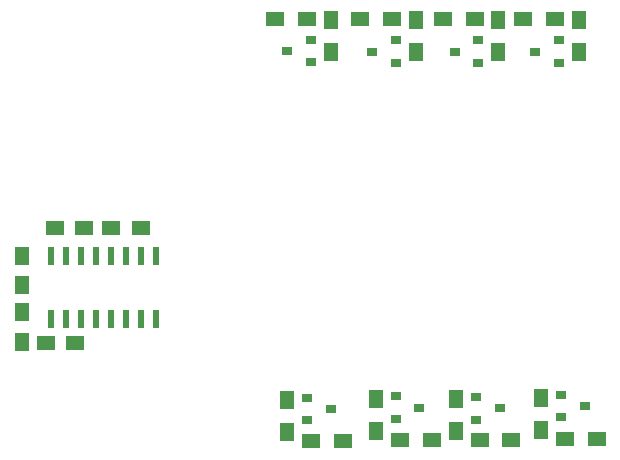
<source format=gbr>
G04 #@! TF.FileFunction,Paste,Bot*
%FSLAX46Y46*%
G04 Gerber Fmt 4.6, Leading zero omitted, Abs format (unit mm)*
G04 Created by KiCad (PCBNEW 4.0.4-stable) date 05/31/17 10:55:34*
%MOMM*%
%LPD*%
G01*
G04 APERTURE LIST*
%ADD10C,0.100000*%
%ADD11R,0.900000X0.800000*%
%ADD12R,0.600000X1.500000*%
%ADD13R,1.500000X1.250000*%
%ADD14R,1.250000X1.500000*%
%ADD15R,1.500000X1.300000*%
%ADD16R,1.300000X1.500000*%
G04 APERTURE END LIST*
D10*
D11*
X149900000Y-110600000D03*
X149900000Y-108700000D03*
X151900000Y-109650000D03*
D12*
X128240000Y-96670000D03*
X129510000Y-96670000D03*
X130780000Y-96670000D03*
X132050000Y-96670000D03*
X133320000Y-96670000D03*
X134590000Y-96670000D03*
X135860000Y-96670000D03*
X137130000Y-96670000D03*
X137130000Y-102070000D03*
X135860000Y-102070000D03*
X134590000Y-102070000D03*
X133320000Y-102070000D03*
X132050000Y-102070000D03*
X130780000Y-102070000D03*
X129510000Y-102070000D03*
X128240000Y-102070000D03*
D13*
X135800000Y-94340000D03*
X133300000Y-94340000D03*
D14*
X125770000Y-103950000D03*
X125770000Y-101450000D03*
D13*
X127780000Y-104100000D03*
X130280000Y-104100000D03*
D14*
X125770000Y-96700000D03*
X125770000Y-99200000D03*
D13*
X128530000Y-94320000D03*
X131030000Y-94320000D03*
D11*
X157400000Y-110500000D03*
X157400000Y-108600000D03*
X159400000Y-109550000D03*
X171400000Y-110350000D03*
X171400000Y-108450000D03*
X173400000Y-109400000D03*
X164200000Y-110550000D03*
X164200000Y-108650000D03*
X166200000Y-109600000D03*
X150200000Y-78400000D03*
X150200000Y-80300000D03*
X148200000Y-79350000D03*
X157400000Y-78450000D03*
X157400000Y-80350000D03*
X155400000Y-79400000D03*
X164400000Y-78450000D03*
X164400000Y-80350000D03*
X162400000Y-79400000D03*
X171200000Y-78450000D03*
X171200000Y-80350000D03*
X169200000Y-79400000D03*
D15*
X152950000Y-112400000D03*
X150250000Y-112400000D03*
X160450000Y-112300000D03*
X157750000Y-112300000D03*
X174400000Y-112200000D03*
X171700000Y-112200000D03*
X167200000Y-112300000D03*
X164500000Y-112300000D03*
D16*
X148200000Y-108900000D03*
X148200000Y-111600000D03*
X155700000Y-108800000D03*
X155700000Y-111500000D03*
X169700000Y-108700000D03*
X169700000Y-111400000D03*
X162500000Y-108800000D03*
X162500000Y-111500000D03*
X151900000Y-79400000D03*
X151900000Y-76700000D03*
X159100000Y-79400000D03*
X159100000Y-76700000D03*
X166100000Y-79400000D03*
X166100000Y-76700000D03*
X172900000Y-79400000D03*
X172900000Y-76700000D03*
D15*
X149900000Y-76600000D03*
X147200000Y-76600000D03*
X157100000Y-76600000D03*
X154400000Y-76600000D03*
X164100000Y-76600000D03*
X161400000Y-76600000D03*
X170900000Y-76600000D03*
X168200000Y-76600000D03*
M02*

</source>
